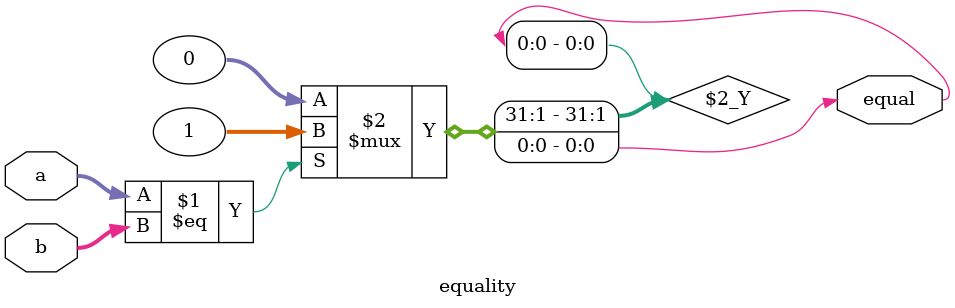
<source format=v>
module equality(
    input [3:0] a,
    input [3:0] b,
    output equal
);

    // if a = b then send 1 else 0
    assign equal = (a == b ? 1 : 0);
endmodule
</source>
